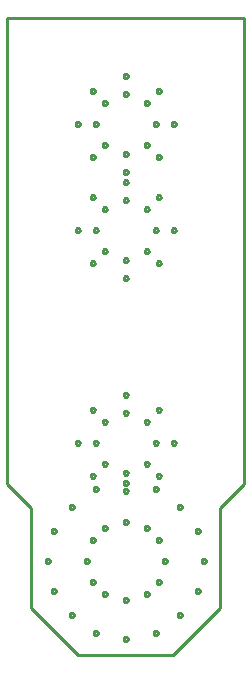
<source format=gbr>
G04 EAGLE Gerber RS-274X export*
G75*
%MOMM*%
%FSLAX34Y34*%
%LPD*%
%IN*%
%IPPOS*%
%AMOC8*
5,1,8,0,0,1.08239X$1,22.5*%
G01*
%ADD10C,0.254000*%


D10*
X0Y145000D02*
X20000Y125000D01*
X20000Y40000D01*
X60000Y0D01*
X140000Y0D01*
X180000Y40000D01*
X180000Y125000D01*
X200000Y145000D01*
X200000Y540000D01*
X0Y540000D01*
X0Y145000D01*
X74772Y361750D02*
X75110Y361683D01*
X75429Y361551D01*
X75716Y361359D01*
X75959Y361116D01*
X76151Y360829D01*
X76283Y360510D01*
X76350Y360172D01*
X76350Y359828D01*
X76283Y359490D01*
X76151Y359171D01*
X75959Y358884D01*
X75716Y358641D01*
X75429Y358449D01*
X75110Y358317D01*
X74772Y358250D01*
X74428Y358250D01*
X74090Y358317D01*
X73771Y358449D01*
X73484Y358641D01*
X73241Y358884D01*
X73049Y359171D01*
X72917Y359490D01*
X72850Y359828D01*
X72850Y360172D01*
X72917Y360510D01*
X73049Y360829D01*
X73241Y361116D01*
X73484Y361359D01*
X73771Y361551D01*
X74090Y361683D01*
X74428Y361750D01*
X74772Y361750D01*
X125572Y361750D02*
X125910Y361683D01*
X126229Y361551D01*
X126516Y361359D01*
X126759Y361116D01*
X126951Y360829D01*
X127083Y360510D01*
X127150Y360172D01*
X127150Y359828D01*
X127083Y359490D01*
X126951Y359171D01*
X126759Y358884D01*
X126516Y358641D01*
X126229Y358449D01*
X125910Y358317D01*
X125572Y358250D01*
X125228Y358250D01*
X124890Y358317D01*
X124571Y358449D01*
X124284Y358641D01*
X124041Y358884D01*
X123849Y359171D01*
X123717Y359490D01*
X123650Y359828D01*
X123650Y360172D01*
X123717Y360510D01*
X123849Y360829D01*
X124041Y361116D01*
X124284Y361359D01*
X124571Y361551D01*
X124890Y361683D01*
X125228Y361750D01*
X125572Y361750D01*
X100172Y387150D02*
X100510Y387083D01*
X100829Y386951D01*
X101116Y386759D01*
X101359Y386516D01*
X101551Y386229D01*
X101683Y385910D01*
X101750Y385572D01*
X101750Y385228D01*
X101683Y384890D01*
X101551Y384571D01*
X101359Y384284D01*
X101116Y384041D01*
X100829Y383849D01*
X100510Y383717D01*
X100172Y383650D01*
X99828Y383650D01*
X99490Y383717D01*
X99171Y383849D01*
X98884Y384041D01*
X98641Y384284D01*
X98449Y384571D01*
X98317Y384890D01*
X98250Y385228D01*
X98250Y385572D01*
X98317Y385910D01*
X98449Y386229D01*
X98641Y386516D01*
X98884Y386759D01*
X99171Y386951D01*
X99490Y387083D01*
X99828Y387150D01*
X100172Y387150D01*
X100172Y336350D02*
X100510Y336283D01*
X100829Y336151D01*
X101116Y335959D01*
X101359Y335716D01*
X101551Y335429D01*
X101683Y335110D01*
X101750Y334772D01*
X101750Y334428D01*
X101683Y334090D01*
X101551Y333771D01*
X101359Y333484D01*
X101116Y333241D01*
X100829Y333049D01*
X100510Y332917D01*
X100172Y332850D01*
X99828Y332850D01*
X99490Y332917D01*
X99171Y333049D01*
X98884Y333241D01*
X98641Y333484D01*
X98449Y333771D01*
X98317Y334090D01*
X98250Y334428D01*
X98250Y334772D01*
X98317Y335110D01*
X98449Y335429D01*
X98641Y335716D01*
X98884Y335959D01*
X99171Y336151D01*
X99490Y336283D01*
X99828Y336350D01*
X100172Y336350D01*
X82392Y343970D02*
X82730Y343903D01*
X83049Y343771D01*
X83336Y343579D01*
X83579Y343336D01*
X83771Y343049D01*
X83903Y342730D01*
X83970Y342392D01*
X83970Y342048D01*
X83903Y341710D01*
X83771Y341391D01*
X83579Y341104D01*
X83336Y340861D01*
X83049Y340669D01*
X82730Y340537D01*
X82392Y340470D01*
X82048Y340470D01*
X81710Y340537D01*
X81391Y340669D01*
X81104Y340861D01*
X80861Y341104D01*
X80669Y341391D01*
X80537Y341710D01*
X80470Y342048D01*
X80470Y342392D01*
X80537Y342730D01*
X80669Y343049D01*
X80861Y343336D01*
X81104Y343579D01*
X81391Y343771D01*
X81710Y343903D01*
X82048Y343970D01*
X82392Y343970D01*
X82392Y379530D02*
X82730Y379463D01*
X83049Y379331D01*
X83336Y379139D01*
X83579Y378896D01*
X83771Y378609D01*
X83903Y378290D01*
X83970Y377952D01*
X83970Y377608D01*
X83903Y377270D01*
X83771Y376951D01*
X83579Y376664D01*
X83336Y376421D01*
X83049Y376229D01*
X82730Y376097D01*
X82392Y376030D01*
X82048Y376030D01*
X81710Y376097D01*
X81391Y376229D01*
X81104Y376421D01*
X80861Y376664D01*
X80669Y376951D01*
X80537Y377270D01*
X80470Y377608D01*
X80470Y377952D01*
X80537Y378290D01*
X80669Y378609D01*
X80861Y378896D01*
X81104Y379139D01*
X81391Y379331D01*
X81710Y379463D01*
X82048Y379530D01*
X82392Y379530D01*
X117952Y379530D02*
X118290Y379463D01*
X118609Y379331D01*
X118896Y379139D01*
X119139Y378896D01*
X119331Y378609D01*
X119463Y378290D01*
X119530Y377952D01*
X119530Y377608D01*
X119463Y377270D01*
X119331Y376951D01*
X119139Y376664D01*
X118896Y376421D01*
X118609Y376229D01*
X118290Y376097D01*
X117952Y376030D01*
X117608Y376030D01*
X117270Y376097D01*
X116951Y376229D01*
X116664Y376421D01*
X116421Y376664D01*
X116229Y376951D01*
X116097Y377270D01*
X116030Y377608D01*
X116030Y377952D01*
X116097Y378290D01*
X116229Y378609D01*
X116421Y378896D01*
X116664Y379139D01*
X116951Y379331D01*
X117270Y379463D01*
X117608Y379530D01*
X117952Y379530D01*
X117952Y343970D02*
X118290Y343903D01*
X118609Y343771D01*
X118896Y343579D01*
X119139Y343336D01*
X119331Y343049D01*
X119463Y342730D01*
X119530Y342392D01*
X119530Y342048D01*
X119463Y341710D01*
X119331Y341391D01*
X119139Y341104D01*
X118896Y340861D01*
X118609Y340669D01*
X118290Y340537D01*
X117952Y340470D01*
X117608Y340470D01*
X117270Y340537D01*
X116951Y340669D01*
X116664Y340861D01*
X116421Y341104D01*
X116229Y341391D01*
X116097Y341710D01*
X116030Y342048D01*
X116030Y342392D01*
X116097Y342730D01*
X116229Y343049D01*
X116421Y343336D01*
X116664Y343579D01*
X116951Y343771D01*
X117270Y343903D01*
X117608Y343970D01*
X117952Y343970D01*
X59532Y361750D02*
X59870Y361683D01*
X60189Y361551D01*
X60476Y361359D01*
X60719Y361116D01*
X60911Y360829D01*
X61043Y360510D01*
X61110Y360172D01*
X61110Y359828D01*
X61043Y359490D01*
X60911Y359171D01*
X60719Y358884D01*
X60476Y358641D01*
X60189Y358449D01*
X59870Y358317D01*
X59532Y358250D01*
X59188Y358250D01*
X58850Y358317D01*
X58531Y358449D01*
X58244Y358641D01*
X58001Y358884D01*
X57809Y359171D01*
X57677Y359490D01*
X57610Y359828D01*
X57610Y360172D01*
X57677Y360510D01*
X57809Y360829D01*
X58001Y361116D01*
X58244Y361359D01*
X58531Y361551D01*
X58850Y361683D01*
X59188Y361750D01*
X59532Y361750D01*
X100172Y402390D02*
X100510Y402323D01*
X100829Y402191D01*
X101116Y401999D01*
X101359Y401756D01*
X101551Y401469D01*
X101683Y401150D01*
X101750Y400812D01*
X101750Y400468D01*
X101683Y400130D01*
X101551Y399811D01*
X101359Y399524D01*
X101116Y399281D01*
X100829Y399089D01*
X100510Y398957D01*
X100172Y398890D01*
X99828Y398890D01*
X99490Y398957D01*
X99171Y399089D01*
X98884Y399281D01*
X98641Y399524D01*
X98449Y399811D01*
X98317Y400130D01*
X98250Y400468D01*
X98250Y400812D01*
X98317Y401150D01*
X98449Y401469D01*
X98641Y401756D01*
X98884Y401999D01*
X99171Y402191D01*
X99490Y402323D01*
X99828Y402390D01*
X100172Y402390D01*
X100172Y321110D02*
X100510Y321043D01*
X100829Y320911D01*
X101116Y320719D01*
X101359Y320476D01*
X101551Y320189D01*
X101683Y319870D01*
X101750Y319532D01*
X101750Y319188D01*
X101683Y318850D01*
X101551Y318531D01*
X101359Y318244D01*
X101116Y318001D01*
X100829Y317809D01*
X100510Y317677D01*
X100172Y317610D01*
X99828Y317610D01*
X99490Y317677D01*
X99171Y317809D01*
X98884Y318001D01*
X98641Y318244D01*
X98449Y318531D01*
X98317Y318850D01*
X98250Y319188D01*
X98250Y319532D01*
X98317Y319870D01*
X98449Y320189D01*
X98641Y320476D01*
X98884Y320719D01*
X99171Y320911D01*
X99490Y321043D01*
X99828Y321110D01*
X100172Y321110D01*
X140812Y361750D02*
X141150Y361683D01*
X141469Y361551D01*
X141756Y361359D01*
X141999Y361116D01*
X142191Y360829D01*
X142323Y360510D01*
X142390Y360172D01*
X142390Y359828D01*
X142323Y359490D01*
X142191Y359171D01*
X141999Y358884D01*
X141756Y358641D01*
X141469Y358449D01*
X141150Y358317D01*
X140812Y358250D01*
X140468Y358250D01*
X140130Y358317D01*
X139811Y358449D01*
X139524Y358641D01*
X139281Y358884D01*
X139089Y359171D01*
X138957Y359490D01*
X138890Y359828D01*
X138890Y360172D01*
X138957Y360510D01*
X139089Y360829D01*
X139281Y361116D01*
X139524Y361359D01*
X139811Y361551D01*
X140130Y361683D01*
X140468Y361750D01*
X140812Y361750D01*
X128112Y389690D02*
X128450Y389623D01*
X128769Y389491D01*
X129056Y389299D01*
X129299Y389056D01*
X129491Y388769D01*
X129623Y388450D01*
X129690Y388112D01*
X129690Y387768D01*
X129623Y387430D01*
X129491Y387111D01*
X129299Y386824D01*
X129056Y386581D01*
X128769Y386389D01*
X128450Y386257D01*
X128112Y386190D01*
X127768Y386190D01*
X127430Y386257D01*
X127111Y386389D01*
X126824Y386581D01*
X126581Y386824D01*
X126389Y387111D01*
X126257Y387430D01*
X126190Y387768D01*
X126190Y388112D01*
X126257Y388450D01*
X126389Y388769D01*
X126581Y389056D01*
X126824Y389299D01*
X127111Y389491D01*
X127430Y389623D01*
X127768Y389690D01*
X128112Y389690D01*
X128112Y333810D02*
X128450Y333743D01*
X128769Y333611D01*
X129056Y333419D01*
X129299Y333176D01*
X129491Y332889D01*
X129623Y332570D01*
X129690Y332232D01*
X129690Y331888D01*
X129623Y331550D01*
X129491Y331231D01*
X129299Y330944D01*
X129056Y330701D01*
X128769Y330509D01*
X128450Y330377D01*
X128112Y330310D01*
X127768Y330310D01*
X127430Y330377D01*
X127111Y330509D01*
X126824Y330701D01*
X126581Y330944D01*
X126389Y331231D01*
X126257Y331550D01*
X126190Y331888D01*
X126190Y332232D01*
X126257Y332570D01*
X126389Y332889D01*
X126581Y333176D01*
X126824Y333419D01*
X127111Y333611D01*
X127430Y333743D01*
X127768Y333810D01*
X128112Y333810D01*
X72232Y333810D02*
X72570Y333743D01*
X72889Y333611D01*
X73176Y333419D01*
X73419Y333176D01*
X73611Y332889D01*
X73743Y332570D01*
X73810Y332232D01*
X73810Y331888D01*
X73743Y331550D01*
X73611Y331231D01*
X73419Y330944D01*
X73176Y330701D01*
X72889Y330509D01*
X72570Y330377D01*
X72232Y330310D01*
X71888Y330310D01*
X71550Y330377D01*
X71231Y330509D01*
X70944Y330701D01*
X70701Y330944D01*
X70509Y331231D01*
X70377Y331550D01*
X70310Y331888D01*
X70310Y332232D01*
X70377Y332570D01*
X70509Y332889D01*
X70701Y333176D01*
X70944Y333419D01*
X71231Y333611D01*
X71550Y333743D01*
X71888Y333810D01*
X72232Y333810D01*
X72232Y389690D02*
X72570Y389623D01*
X72889Y389491D01*
X73176Y389299D01*
X73419Y389056D01*
X73611Y388769D01*
X73743Y388450D01*
X73810Y388112D01*
X73810Y387768D01*
X73743Y387430D01*
X73611Y387111D01*
X73419Y386824D01*
X73176Y386581D01*
X72889Y386389D01*
X72570Y386257D01*
X72232Y386190D01*
X71888Y386190D01*
X71550Y386257D01*
X71231Y386389D01*
X70944Y386581D01*
X70701Y386824D01*
X70509Y387111D01*
X70377Y387430D01*
X70310Y387768D01*
X70310Y388112D01*
X70377Y388450D01*
X70509Y388769D01*
X70701Y389056D01*
X70944Y389299D01*
X71231Y389491D01*
X71550Y389623D01*
X71888Y389690D01*
X72232Y389690D01*
X125228Y178250D02*
X124890Y178317D01*
X124571Y178449D01*
X124284Y178641D01*
X124041Y178884D01*
X123849Y179171D01*
X123717Y179490D01*
X123650Y179828D01*
X123650Y180172D01*
X123717Y180510D01*
X123849Y180829D01*
X124041Y181116D01*
X124284Y181359D01*
X124571Y181551D01*
X124890Y181683D01*
X125228Y181750D01*
X125572Y181750D01*
X125910Y181683D01*
X126229Y181551D01*
X126516Y181359D01*
X126759Y181116D01*
X126951Y180829D01*
X127083Y180510D01*
X127150Y180172D01*
X127150Y179828D01*
X127083Y179490D01*
X126951Y179171D01*
X126759Y178884D01*
X126516Y178641D01*
X126229Y178449D01*
X125910Y178317D01*
X125572Y178250D01*
X125228Y178250D01*
X74428Y178250D02*
X74090Y178317D01*
X73771Y178449D01*
X73484Y178641D01*
X73241Y178884D01*
X73049Y179171D01*
X72917Y179490D01*
X72850Y179828D01*
X72850Y180172D01*
X72917Y180510D01*
X73049Y180829D01*
X73241Y181116D01*
X73484Y181359D01*
X73771Y181551D01*
X74090Y181683D01*
X74428Y181750D01*
X74772Y181750D01*
X75110Y181683D01*
X75429Y181551D01*
X75716Y181359D01*
X75959Y181116D01*
X76151Y180829D01*
X76283Y180510D01*
X76350Y180172D01*
X76350Y179828D01*
X76283Y179490D01*
X76151Y179171D01*
X75959Y178884D01*
X75716Y178641D01*
X75429Y178449D01*
X75110Y178317D01*
X74772Y178250D01*
X74428Y178250D01*
X99828Y152850D02*
X99490Y152917D01*
X99171Y153049D01*
X98884Y153241D01*
X98641Y153484D01*
X98449Y153771D01*
X98317Y154090D01*
X98250Y154428D01*
X98250Y154772D01*
X98317Y155110D01*
X98449Y155429D01*
X98641Y155716D01*
X98884Y155959D01*
X99171Y156151D01*
X99490Y156283D01*
X99828Y156350D01*
X100172Y156350D01*
X100510Y156283D01*
X100829Y156151D01*
X101116Y155959D01*
X101359Y155716D01*
X101551Y155429D01*
X101683Y155110D01*
X101750Y154772D01*
X101750Y154428D01*
X101683Y154090D01*
X101551Y153771D01*
X101359Y153484D01*
X101116Y153241D01*
X100829Y153049D01*
X100510Y152917D01*
X100172Y152850D01*
X99828Y152850D01*
X99828Y203650D02*
X99490Y203717D01*
X99171Y203849D01*
X98884Y204041D01*
X98641Y204284D01*
X98449Y204571D01*
X98317Y204890D01*
X98250Y205228D01*
X98250Y205572D01*
X98317Y205910D01*
X98449Y206229D01*
X98641Y206516D01*
X98884Y206759D01*
X99171Y206951D01*
X99490Y207083D01*
X99828Y207150D01*
X100172Y207150D01*
X100510Y207083D01*
X100829Y206951D01*
X101116Y206759D01*
X101359Y206516D01*
X101551Y206229D01*
X101683Y205910D01*
X101750Y205572D01*
X101750Y205228D01*
X101683Y204890D01*
X101551Y204571D01*
X101359Y204284D01*
X101116Y204041D01*
X100829Y203849D01*
X100510Y203717D01*
X100172Y203650D01*
X99828Y203650D01*
X117608Y196030D02*
X117270Y196097D01*
X116951Y196229D01*
X116664Y196421D01*
X116421Y196664D01*
X116229Y196951D01*
X116097Y197270D01*
X116030Y197608D01*
X116030Y197952D01*
X116097Y198290D01*
X116229Y198609D01*
X116421Y198896D01*
X116664Y199139D01*
X116951Y199331D01*
X117270Y199463D01*
X117608Y199530D01*
X117952Y199530D01*
X118290Y199463D01*
X118609Y199331D01*
X118896Y199139D01*
X119139Y198896D01*
X119331Y198609D01*
X119463Y198290D01*
X119530Y197952D01*
X119530Y197608D01*
X119463Y197270D01*
X119331Y196951D01*
X119139Y196664D01*
X118896Y196421D01*
X118609Y196229D01*
X118290Y196097D01*
X117952Y196030D01*
X117608Y196030D01*
X117608Y160470D02*
X117270Y160537D01*
X116951Y160669D01*
X116664Y160861D01*
X116421Y161104D01*
X116229Y161391D01*
X116097Y161710D01*
X116030Y162048D01*
X116030Y162392D01*
X116097Y162730D01*
X116229Y163049D01*
X116421Y163336D01*
X116664Y163579D01*
X116951Y163771D01*
X117270Y163903D01*
X117608Y163970D01*
X117952Y163970D01*
X118290Y163903D01*
X118609Y163771D01*
X118896Y163579D01*
X119139Y163336D01*
X119331Y163049D01*
X119463Y162730D01*
X119530Y162392D01*
X119530Y162048D01*
X119463Y161710D01*
X119331Y161391D01*
X119139Y161104D01*
X118896Y160861D01*
X118609Y160669D01*
X118290Y160537D01*
X117952Y160470D01*
X117608Y160470D01*
X82048Y160470D02*
X81710Y160537D01*
X81391Y160669D01*
X81104Y160861D01*
X80861Y161104D01*
X80669Y161391D01*
X80537Y161710D01*
X80470Y162048D01*
X80470Y162392D01*
X80537Y162730D01*
X80669Y163049D01*
X80861Y163336D01*
X81104Y163579D01*
X81391Y163771D01*
X81710Y163903D01*
X82048Y163970D01*
X82392Y163970D01*
X82730Y163903D01*
X83049Y163771D01*
X83336Y163579D01*
X83579Y163336D01*
X83771Y163049D01*
X83903Y162730D01*
X83970Y162392D01*
X83970Y162048D01*
X83903Y161710D01*
X83771Y161391D01*
X83579Y161104D01*
X83336Y160861D01*
X83049Y160669D01*
X82730Y160537D01*
X82392Y160470D01*
X82048Y160470D01*
X82048Y196030D02*
X81710Y196097D01*
X81391Y196229D01*
X81104Y196421D01*
X80861Y196664D01*
X80669Y196951D01*
X80537Y197270D01*
X80470Y197608D01*
X80470Y197952D01*
X80537Y198290D01*
X80669Y198609D01*
X80861Y198896D01*
X81104Y199139D01*
X81391Y199331D01*
X81710Y199463D01*
X82048Y199530D01*
X82392Y199530D01*
X82730Y199463D01*
X83049Y199331D01*
X83336Y199139D01*
X83579Y198896D01*
X83771Y198609D01*
X83903Y198290D01*
X83970Y197952D01*
X83970Y197608D01*
X83903Y197270D01*
X83771Y196951D01*
X83579Y196664D01*
X83336Y196421D01*
X83049Y196229D01*
X82730Y196097D01*
X82392Y196030D01*
X82048Y196030D01*
X140468Y178250D02*
X140130Y178317D01*
X139811Y178449D01*
X139524Y178641D01*
X139281Y178884D01*
X139089Y179171D01*
X138957Y179490D01*
X138890Y179828D01*
X138890Y180172D01*
X138957Y180510D01*
X139089Y180829D01*
X139281Y181116D01*
X139524Y181359D01*
X139811Y181551D01*
X140130Y181683D01*
X140468Y181750D01*
X140812Y181750D01*
X141150Y181683D01*
X141469Y181551D01*
X141756Y181359D01*
X141999Y181116D01*
X142191Y180829D01*
X142323Y180510D01*
X142390Y180172D01*
X142390Y179828D01*
X142323Y179490D01*
X142191Y179171D01*
X141999Y178884D01*
X141756Y178641D01*
X141469Y178449D01*
X141150Y178317D01*
X140812Y178250D01*
X140468Y178250D01*
X99828Y137610D02*
X99490Y137677D01*
X99171Y137809D01*
X98884Y138001D01*
X98641Y138244D01*
X98449Y138531D01*
X98317Y138850D01*
X98250Y139188D01*
X98250Y139532D01*
X98317Y139870D01*
X98449Y140189D01*
X98641Y140476D01*
X98884Y140719D01*
X99171Y140911D01*
X99490Y141043D01*
X99828Y141110D01*
X100172Y141110D01*
X100510Y141043D01*
X100829Y140911D01*
X101116Y140719D01*
X101359Y140476D01*
X101551Y140189D01*
X101683Y139870D01*
X101750Y139532D01*
X101750Y139188D01*
X101683Y138850D01*
X101551Y138531D01*
X101359Y138244D01*
X101116Y138001D01*
X100829Y137809D01*
X100510Y137677D01*
X100172Y137610D01*
X99828Y137610D01*
X99828Y218890D02*
X99490Y218957D01*
X99171Y219089D01*
X98884Y219281D01*
X98641Y219524D01*
X98449Y219811D01*
X98317Y220130D01*
X98250Y220468D01*
X98250Y220812D01*
X98317Y221150D01*
X98449Y221469D01*
X98641Y221756D01*
X98884Y221999D01*
X99171Y222191D01*
X99490Y222323D01*
X99828Y222390D01*
X100172Y222390D01*
X100510Y222323D01*
X100829Y222191D01*
X101116Y221999D01*
X101359Y221756D01*
X101551Y221469D01*
X101683Y221150D01*
X101750Y220812D01*
X101750Y220468D01*
X101683Y220130D01*
X101551Y219811D01*
X101359Y219524D01*
X101116Y219281D01*
X100829Y219089D01*
X100510Y218957D01*
X100172Y218890D01*
X99828Y218890D01*
X59188Y178250D02*
X58850Y178317D01*
X58531Y178449D01*
X58244Y178641D01*
X58001Y178884D01*
X57809Y179171D01*
X57677Y179490D01*
X57610Y179828D01*
X57610Y180172D01*
X57677Y180510D01*
X57809Y180829D01*
X58001Y181116D01*
X58244Y181359D01*
X58531Y181551D01*
X58850Y181683D01*
X59188Y181750D01*
X59532Y181750D01*
X59870Y181683D01*
X60189Y181551D01*
X60476Y181359D01*
X60719Y181116D01*
X60911Y180829D01*
X61043Y180510D01*
X61110Y180172D01*
X61110Y179828D01*
X61043Y179490D01*
X60911Y179171D01*
X60719Y178884D01*
X60476Y178641D01*
X60189Y178449D01*
X59870Y178317D01*
X59532Y178250D01*
X59188Y178250D01*
X71888Y150310D02*
X71550Y150377D01*
X71231Y150509D01*
X70944Y150701D01*
X70701Y150944D01*
X70509Y151231D01*
X70377Y151550D01*
X70310Y151888D01*
X70310Y152232D01*
X70377Y152570D01*
X70509Y152889D01*
X70701Y153176D01*
X70944Y153419D01*
X71231Y153611D01*
X71550Y153743D01*
X71888Y153810D01*
X72232Y153810D01*
X72570Y153743D01*
X72889Y153611D01*
X73176Y153419D01*
X73419Y153176D01*
X73611Y152889D01*
X73743Y152570D01*
X73810Y152232D01*
X73810Y151888D01*
X73743Y151550D01*
X73611Y151231D01*
X73419Y150944D01*
X73176Y150701D01*
X72889Y150509D01*
X72570Y150377D01*
X72232Y150310D01*
X71888Y150310D01*
X71888Y206190D02*
X71550Y206257D01*
X71231Y206389D01*
X70944Y206581D01*
X70701Y206824D01*
X70509Y207111D01*
X70377Y207430D01*
X70310Y207768D01*
X70310Y208112D01*
X70377Y208450D01*
X70509Y208769D01*
X70701Y209056D01*
X70944Y209299D01*
X71231Y209491D01*
X71550Y209623D01*
X71888Y209690D01*
X72232Y209690D01*
X72570Y209623D01*
X72889Y209491D01*
X73176Y209299D01*
X73419Y209056D01*
X73611Y208769D01*
X73743Y208450D01*
X73810Y208112D01*
X73810Y207768D01*
X73743Y207430D01*
X73611Y207111D01*
X73419Y206824D01*
X73176Y206581D01*
X72889Y206389D01*
X72570Y206257D01*
X72232Y206190D01*
X71888Y206190D01*
X127768Y206190D02*
X127430Y206257D01*
X127111Y206389D01*
X126824Y206581D01*
X126581Y206824D01*
X126389Y207111D01*
X126257Y207430D01*
X126190Y207768D01*
X126190Y208112D01*
X126257Y208450D01*
X126389Y208769D01*
X126581Y209056D01*
X126824Y209299D01*
X127111Y209491D01*
X127430Y209623D01*
X127768Y209690D01*
X128112Y209690D01*
X128450Y209623D01*
X128769Y209491D01*
X129056Y209299D01*
X129299Y209056D01*
X129491Y208769D01*
X129623Y208450D01*
X129690Y208112D01*
X129690Y207768D01*
X129623Y207430D01*
X129491Y207111D01*
X129299Y206824D01*
X129056Y206581D01*
X128769Y206389D01*
X128450Y206257D01*
X128112Y206190D01*
X127768Y206190D01*
X127768Y150310D02*
X127430Y150377D01*
X127111Y150509D01*
X126824Y150701D01*
X126581Y150944D01*
X126389Y151231D01*
X126257Y151550D01*
X126190Y151888D01*
X126190Y152232D01*
X126257Y152570D01*
X126389Y152889D01*
X126581Y153176D01*
X126824Y153419D01*
X127111Y153611D01*
X127430Y153743D01*
X127768Y153810D01*
X128112Y153810D01*
X128450Y153743D01*
X128769Y153611D01*
X129056Y153419D01*
X129299Y153176D01*
X129491Y152889D01*
X129623Y152570D01*
X129690Y152232D01*
X129690Y151888D01*
X129623Y151550D01*
X129491Y151231D01*
X129299Y150944D01*
X129056Y150701D01*
X128769Y150509D01*
X128450Y150377D01*
X128112Y150310D01*
X127768Y150310D01*
X67152Y81750D02*
X67490Y81683D01*
X67809Y81551D01*
X68096Y81359D01*
X68339Y81116D01*
X68531Y80829D01*
X68663Y80510D01*
X68730Y80172D01*
X68730Y79828D01*
X68663Y79490D01*
X68531Y79171D01*
X68339Y78884D01*
X68096Y78641D01*
X67809Y78449D01*
X67490Y78317D01*
X67152Y78250D01*
X66808Y78250D01*
X66470Y78317D01*
X66151Y78449D01*
X65864Y78641D01*
X65621Y78884D01*
X65429Y79171D01*
X65297Y79490D01*
X65230Y79828D01*
X65230Y80172D01*
X65297Y80510D01*
X65429Y80829D01*
X65621Y81116D01*
X65864Y81359D01*
X66151Y81551D01*
X66470Y81683D01*
X66808Y81750D01*
X67152Y81750D01*
X133192Y81750D02*
X133530Y81683D01*
X133849Y81551D01*
X134136Y81359D01*
X134379Y81116D01*
X134571Y80829D01*
X134703Y80510D01*
X134770Y80172D01*
X134770Y79828D01*
X134703Y79490D01*
X134571Y79171D01*
X134379Y78884D01*
X134136Y78641D01*
X133849Y78449D01*
X133530Y78317D01*
X133192Y78250D01*
X132848Y78250D01*
X132510Y78317D01*
X132191Y78449D01*
X131904Y78641D01*
X131661Y78884D01*
X131469Y79171D01*
X131337Y79490D01*
X131270Y79828D01*
X131270Y80172D01*
X131337Y80510D01*
X131469Y80829D01*
X131661Y81116D01*
X131904Y81359D01*
X132191Y81551D01*
X132510Y81683D01*
X132848Y81750D01*
X133192Y81750D01*
X100172Y114770D02*
X100510Y114703D01*
X100829Y114571D01*
X101116Y114379D01*
X101359Y114136D01*
X101551Y113849D01*
X101683Y113530D01*
X101750Y113192D01*
X101750Y112848D01*
X101683Y112510D01*
X101551Y112191D01*
X101359Y111904D01*
X101116Y111661D01*
X100829Y111469D01*
X100510Y111337D01*
X100172Y111270D01*
X99828Y111270D01*
X99490Y111337D01*
X99171Y111469D01*
X98884Y111661D01*
X98641Y111904D01*
X98449Y112191D01*
X98317Y112510D01*
X98250Y112848D01*
X98250Y113192D01*
X98317Y113530D01*
X98449Y113849D01*
X98641Y114136D01*
X98884Y114379D01*
X99171Y114571D01*
X99490Y114703D01*
X99828Y114770D01*
X100172Y114770D01*
X100172Y48730D02*
X100510Y48663D01*
X100829Y48531D01*
X101116Y48339D01*
X101359Y48096D01*
X101551Y47809D01*
X101683Y47490D01*
X101750Y47152D01*
X101750Y46808D01*
X101683Y46470D01*
X101551Y46151D01*
X101359Y45864D01*
X101116Y45621D01*
X100829Y45429D01*
X100510Y45297D01*
X100172Y45230D01*
X99828Y45230D01*
X99490Y45297D01*
X99171Y45429D01*
X98884Y45621D01*
X98641Y45864D01*
X98449Y46151D01*
X98317Y46470D01*
X98250Y46808D01*
X98250Y47152D01*
X98317Y47490D01*
X98449Y47809D01*
X98641Y48096D01*
X98884Y48339D01*
X99171Y48531D01*
X99490Y48663D01*
X99828Y48730D01*
X100172Y48730D01*
X72232Y99530D02*
X72570Y99463D01*
X72889Y99331D01*
X73176Y99139D01*
X73419Y98896D01*
X73611Y98609D01*
X73743Y98290D01*
X73810Y97952D01*
X73810Y97608D01*
X73743Y97270D01*
X73611Y96951D01*
X73419Y96664D01*
X73176Y96421D01*
X72889Y96229D01*
X72570Y96097D01*
X72232Y96030D01*
X71888Y96030D01*
X71550Y96097D01*
X71231Y96229D01*
X70944Y96421D01*
X70701Y96664D01*
X70509Y96951D01*
X70377Y97270D01*
X70310Y97608D01*
X70310Y97952D01*
X70377Y98290D01*
X70509Y98609D01*
X70701Y98896D01*
X70944Y99139D01*
X71231Y99331D01*
X71550Y99463D01*
X71888Y99530D01*
X72232Y99530D01*
X82392Y109690D02*
X82730Y109623D01*
X83049Y109491D01*
X83336Y109299D01*
X83579Y109056D01*
X83771Y108769D01*
X83903Y108450D01*
X83970Y108112D01*
X83970Y107768D01*
X83903Y107430D01*
X83771Y107111D01*
X83579Y106824D01*
X83336Y106581D01*
X83049Y106389D01*
X82730Y106257D01*
X82392Y106190D01*
X82048Y106190D01*
X81710Y106257D01*
X81391Y106389D01*
X81104Y106581D01*
X80861Y106824D01*
X80669Y107111D01*
X80537Y107430D01*
X80470Y107768D01*
X80470Y108112D01*
X80537Y108450D01*
X80669Y108769D01*
X80861Y109056D01*
X81104Y109299D01*
X81391Y109491D01*
X81710Y109623D01*
X82048Y109690D01*
X82392Y109690D01*
X117952Y109690D02*
X118290Y109623D01*
X118609Y109491D01*
X118896Y109299D01*
X119139Y109056D01*
X119331Y108769D01*
X119463Y108450D01*
X119530Y108112D01*
X119530Y107768D01*
X119463Y107430D01*
X119331Y107111D01*
X119139Y106824D01*
X118896Y106581D01*
X118609Y106389D01*
X118290Y106257D01*
X117952Y106190D01*
X117608Y106190D01*
X117270Y106257D01*
X116951Y106389D01*
X116664Y106581D01*
X116421Y106824D01*
X116229Y107111D01*
X116097Y107430D01*
X116030Y107768D01*
X116030Y108112D01*
X116097Y108450D01*
X116229Y108769D01*
X116421Y109056D01*
X116664Y109299D01*
X116951Y109491D01*
X117270Y109623D01*
X117608Y109690D01*
X117952Y109690D01*
X128112Y99530D02*
X128450Y99463D01*
X128769Y99331D01*
X129056Y99139D01*
X129299Y98896D01*
X129491Y98609D01*
X129623Y98290D01*
X129690Y97952D01*
X129690Y97608D01*
X129623Y97270D01*
X129491Y96951D01*
X129299Y96664D01*
X129056Y96421D01*
X128769Y96229D01*
X128450Y96097D01*
X128112Y96030D01*
X127768Y96030D01*
X127430Y96097D01*
X127111Y96229D01*
X126824Y96421D01*
X126581Y96664D01*
X126389Y96951D01*
X126257Y97270D01*
X126190Y97608D01*
X126190Y97952D01*
X126257Y98290D01*
X126389Y98609D01*
X126581Y98896D01*
X126824Y99139D01*
X127111Y99331D01*
X127430Y99463D01*
X127768Y99530D01*
X128112Y99530D01*
X128112Y63970D02*
X128450Y63903D01*
X128769Y63771D01*
X129056Y63579D01*
X129299Y63336D01*
X129491Y63049D01*
X129623Y62730D01*
X129690Y62392D01*
X129690Y62048D01*
X129623Y61710D01*
X129491Y61391D01*
X129299Y61104D01*
X129056Y60861D01*
X128769Y60669D01*
X128450Y60537D01*
X128112Y60470D01*
X127768Y60470D01*
X127430Y60537D01*
X127111Y60669D01*
X126824Y60861D01*
X126581Y61104D01*
X126389Y61391D01*
X126257Y61710D01*
X126190Y62048D01*
X126190Y62392D01*
X126257Y62730D01*
X126389Y63049D01*
X126581Y63336D01*
X126824Y63579D01*
X127111Y63771D01*
X127430Y63903D01*
X127768Y63970D01*
X128112Y63970D01*
X117952Y53810D02*
X118290Y53743D01*
X118609Y53611D01*
X118896Y53419D01*
X119139Y53176D01*
X119331Y52889D01*
X119463Y52570D01*
X119530Y52232D01*
X119530Y51888D01*
X119463Y51550D01*
X119331Y51231D01*
X119139Y50944D01*
X118896Y50701D01*
X118609Y50509D01*
X118290Y50377D01*
X117952Y50310D01*
X117608Y50310D01*
X117270Y50377D01*
X116951Y50509D01*
X116664Y50701D01*
X116421Y50944D01*
X116229Y51231D01*
X116097Y51550D01*
X116030Y51888D01*
X116030Y52232D01*
X116097Y52570D01*
X116229Y52889D01*
X116421Y53176D01*
X116664Y53419D01*
X116951Y53611D01*
X117270Y53743D01*
X117608Y53810D01*
X117952Y53810D01*
X82392Y53810D02*
X82730Y53743D01*
X83049Y53611D01*
X83336Y53419D01*
X83579Y53176D01*
X83771Y52889D01*
X83903Y52570D01*
X83970Y52232D01*
X83970Y51888D01*
X83903Y51550D01*
X83771Y51231D01*
X83579Y50944D01*
X83336Y50701D01*
X83049Y50509D01*
X82730Y50377D01*
X82392Y50310D01*
X82048Y50310D01*
X81710Y50377D01*
X81391Y50509D01*
X81104Y50701D01*
X80861Y50944D01*
X80669Y51231D01*
X80537Y51550D01*
X80470Y51888D01*
X80470Y52232D01*
X80537Y52570D01*
X80669Y52889D01*
X80861Y53176D01*
X81104Y53419D01*
X81391Y53611D01*
X81710Y53743D01*
X82048Y53810D01*
X82392Y53810D01*
X72232Y63970D02*
X72570Y63903D01*
X72889Y63771D01*
X73176Y63579D01*
X73419Y63336D01*
X73611Y63049D01*
X73743Y62730D01*
X73810Y62392D01*
X73810Y62048D01*
X73743Y61710D01*
X73611Y61391D01*
X73419Y61104D01*
X73176Y60861D01*
X72889Y60669D01*
X72570Y60537D01*
X72232Y60470D01*
X71888Y60470D01*
X71550Y60537D01*
X71231Y60669D01*
X70944Y60861D01*
X70701Y61104D01*
X70509Y61391D01*
X70377Y61710D01*
X70310Y62048D01*
X70310Y62392D01*
X70377Y62730D01*
X70509Y63049D01*
X70701Y63336D01*
X70944Y63579D01*
X71231Y63771D01*
X71550Y63903D01*
X71888Y63970D01*
X72232Y63970D01*
X34132Y81750D02*
X34470Y81683D01*
X34789Y81551D01*
X35076Y81359D01*
X35319Y81116D01*
X35511Y80829D01*
X35643Y80510D01*
X35710Y80172D01*
X35710Y79828D01*
X35643Y79490D01*
X35511Y79171D01*
X35319Y78884D01*
X35076Y78641D01*
X34789Y78449D01*
X34470Y78317D01*
X34132Y78250D01*
X33788Y78250D01*
X33450Y78317D01*
X33131Y78449D01*
X32844Y78641D01*
X32601Y78884D01*
X32409Y79171D01*
X32277Y79490D01*
X32210Y79828D01*
X32210Y80172D01*
X32277Y80510D01*
X32409Y80829D01*
X32601Y81116D01*
X32844Y81359D01*
X33131Y81551D01*
X33450Y81683D01*
X33788Y81750D01*
X34132Y81750D01*
X166212Y81750D02*
X166550Y81683D01*
X166869Y81551D01*
X167156Y81359D01*
X167399Y81116D01*
X167591Y80829D01*
X167723Y80510D01*
X167790Y80172D01*
X167790Y79828D01*
X167723Y79490D01*
X167591Y79171D01*
X167399Y78884D01*
X167156Y78641D01*
X166869Y78449D01*
X166550Y78317D01*
X166212Y78250D01*
X165868Y78250D01*
X165530Y78317D01*
X165211Y78449D01*
X164924Y78641D01*
X164681Y78884D01*
X164489Y79171D01*
X164357Y79490D01*
X164290Y79828D01*
X164290Y80172D01*
X164357Y80510D01*
X164489Y80829D01*
X164681Y81116D01*
X164924Y81359D01*
X165211Y81551D01*
X165530Y81683D01*
X165868Y81750D01*
X166212Y81750D01*
X100172Y147790D02*
X100510Y147723D01*
X100829Y147591D01*
X101116Y147399D01*
X101359Y147156D01*
X101551Y146869D01*
X101683Y146550D01*
X101750Y146212D01*
X101750Y145868D01*
X101683Y145530D01*
X101551Y145211D01*
X101359Y144924D01*
X101116Y144681D01*
X100829Y144489D01*
X100510Y144357D01*
X100172Y144290D01*
X99828Y144290D01*
X99490Y144357D01*
X99171Y144489D01*
X98884Y144681D01*
X98641Y144924D01*
X98449Y145211D01*
X98317Y145530D01*
X98250Y145868D01*
X98250Y146212D01*
X98317Y146550D01*
X98449Y146869D01*
X98641Y147156D01*
X98884Y147399D01*
X99171Y147591D01*
X99490Y147723D01*
X99828Y147790D01*
X100172Y147790D01*
X100172Y15710D02*
X100510Y15643D01*
X100829Y15511D01*
X101116Y15319D01*
X101359Y15076D01*
X101551Y14789D01*
X101683Y14470D01*
X101750Y14132D01*
X101750Y13788D01*
X101683Y13450D01*
X101551Y13131D01*
X101359Y12844D01*
X101116Y12601D01*
X100829Y12409D01*
X100510Y12277D01*
X100172Y12210D01*
X99828Y12210D01*
X99490Y12277D01*
X99171Y12409D01*
X98884Y12601D01*
X98641Y12844D01*
X98449Y13131D01*
X98317Y13450D01*
X98250Y13788D01*
X98250Y14132D01*
X98317Y14470D01*
X98449Y14789D01*
X98641Y15076D01*
X98884Y15319D01*
X99171Y15511D01*
X99490Y15643D01*
X99828Y15710D01*
X100172Y15710D01*
X54452Y127470D02*
X54790Y127403D01*
X55109Y127271D01*
X55396Y127079D01*
X55639Y126836D01*
X55831Y126549D01*
X55963Y126230D01*
X56030Y125892D01*
X56030Y125548D01*
X55963Y125210D01*
X55831Y124891D01*
X55639Y124604D01*
X55396Y124361D01*
X55109Y124169D01*
X54790Y124037D01*
X54452Y123970D01*
X54108Y123970D01*
X53770Y124037D01*
X53451Y124169D01*
X53164Y124361D01*
X52921Y124604D01*
X52729Y124891D01*
X52597Y125210D01*
X52530Y125548D01*
X52530Y125892D01*
X52597Y126230D01*
X52729Y126549D01*
X52921Y126836D01*
X53164Y127079D01*
X53451Y127271D01*
X53770Y127403D01*
X54108Y127470D01*
X54452Y127470D01*
X145892Y36030D02*
X146230Y35963D01*
X146549Y35831D01*
X146836Y35639D01*
X147079Y35396D01*
X147271Y35109D01*
X147403Y34790D01*
X147470Y34452D01*
X147470Y34108D01*
X147403Y33770D01*
X147271Y33451D01*
X147079Y33164D01*
X146836Y32921D01*
X146549Y32729D01*
X146230Y32597D01*
X145892Y32530D01*
X145548Y32530D01*
X145210Y32597D01*
X144891Y32729D01*
X144604Y32921D01*
X144361Y33164D01*
X144169Y33451D01*
X144037Y33770D01*
X143970Y34108D01*
X143970Y34452D01*
X144037Y34790D01*
X144169Y35109D01*
X144361Y35396D01*
X144604Y35639D01*
X144891Y35831D01*
X145210Y35963D01*
X145548Y36030D01*
X145892Y36030D01*
X54452Y36030D02*
X54790Y35963D01*
X55109Y35831D01*
X55396Y35639D01*
X55639Y35396D01*
X55831Y35109D01*
X55963Y34790D01*
X56030Y34452D01*
X56030Y34108D01*
X55963Y33770D01*
X55831Y33451D01*
X55639Y33164D01*
X55396Y32921D01*
X55109Y32729D01*
X54790Y32597D01*
X54452Y32530D01*
X54108Y32530D01*
X53770Y32597D01*
X53451Y32729D01*
X53164Y32921D01*
X52921Y33164D01*
X52729Y33451D01*
X52597Y33770D01*
X52530Y34108D01*
X52530Y34452D01*
X52597Y34790D01*
X52729Y35109D01*
X52921Y35396D01*
X53164Y35639D01*
X53451Y35831D01*
X53770Y35963D01*
X54108Y36030D01*
X54452Y36030D01*
X145892Y127470D02*
X146230Y127403D01*
X146549Y127271D01*
X146836Y127079D01*
X147079Y126836D01*
X147271Y126549D01*
X147403Y126230D01*
X147470Y125892D01*
X147470Y125548D01*
X147403Y125210D01*
X147271Y124891D01*
X147079Y124604D01*
X146836Y124361D01*
X146549Y124169D01*
X146230Y124037D01*
X145892Y123970D01*
X145548Y123970D01*
X145210Y124037D01*
X144891Y124169D01*
X144604Y124361D01*
X144361Y124604D01*
X144169Y124891D01*
X144037Y125210D01*
X143970Y125548D01*
X143970Y125892D01*
X144037Y126230D01*
X144169Y126549D01*
X144361Y126836D01*
X144604Y127079D01*
X144891Y127271D01*
X145210Y127403D01*
X145548Y127470D01*
X145892Y127470D01*
X39212Y107150D02*
X39550Y107083D01*
X39869Y106951D01*
X40156Y106759D01*
X40399Y106516D01*
X40591Y106229D01*
X40723Y105910D01*
X40790Y105572D01*
X40790Y105228D01*
X40723Y104890D01*
X40591Y104571D01*
X40399Y104284D01*
X40156Y104041D01*
X39869Y103849D01*
X39550Y103717D01*
X39212Y103650D01*
X38868Y103650D01*
X38530Y103717D01*
X38211Y103849D01*
X37924Y104041D01*
X37681Y104284D01*
X37489Y104571D01*
X37357Y104890D01*
X37290Y105228D01*
X37290Y105572D01*
X37357Y105910D01*
X37489Y106229D01*
X37681Y106516D01*
X37924Y106759D01*
X38211Y106951D01*
X38530Y107083D01*
X38868Y107150D01*
X39212Y107150D01*
X39212Y56350D02*
X39550Y56283D01*
X39869Y56151D01*
X40156Y55959D01*
X40399Y55716D01*
X40591Y55429D01*
X40723Y55110D01*
X40790Y54772D01*
X40790Y54428D01*
X40723Y54090D01*
X40591Y53771D01*
X40399Y53484D01*
X40156Y53241D01*
X39869Y53049D01*
X39550Y52917D01*
X39212Y52850D01*
X38868Y52850D01*
X38530Y52917D01*
X38211Y53049D01*
X37924Y53241D01*
X37681Y53484D01*
X37489Y53771D01*
X37357Y54090D01*
X37290Y54428D01*
X37290Y54772D01*
X37357Y55110D01*
X37489Y55429D01*
X37681Y55716D01*
X37924Y55959D01*
X38211Y56151D01*
X38530Y56283D01*
X38868Y56350D01*
X39212Y56350D01*
X161132Y56350D02*
X161470Y56283D01*
X161789Y56151D01*
X162076Y55959D01*
X162319Y55716D01*
X162511Y55429D01*
X162643Y55110D01*
X162710Y54772D01*
X162710Y54428D01*
X162643Y54090D01*
X162511Y53771D01*
X162319Y53484D01*
X162076Y53241D01*
X161789Y53049D01*
X161470Y52917D01*
X161132Y52850D01*
X160788Y52850D01*
X160450Y52917D01*
X160131Y53049D01*
X159844Y53241D01*
X159601Y53484D01*
X159409Y53771D01*
X159277Y54090D01*
X159210Y54428D01*
X159210Y54772D01*
X159277Y55110D01*
X159409Y55429D01*
X159601Y55716D01*
X159844Y55959D01*
X160131Y56151D01*
X160450Y56283D01*
X160788Y56350D01*
X161132Y56350D01*
X161132Y107150D02*
X161470Y107083D01*
X161789Y106951D01*
X162076Y106759D01*
X162319Y106516D01*
X162511Y106229D01*
X162643Y105910D01*
X162710Y105572D01*
X162710Y105228D01*
X162643Y104890D01*
X162511Y104571D01*
X162319Y104284D01*
X162076Y104041D01*
X161789Y103849D01*
X161470Y103717D01*
X161132Y103650D01*
X160788Y103650D01*
X160450Y103717D01*
X160131Y103849D01*
X159844Y104041D01*
X159601Y104284D01*
X159409Y104571D01*
X159277Y104890D01*
X159210Y105228D01*
X159210Y105572D01*
X159277Y105910D01*
X159409Y106229D01*
X159601Y106516D01*
X159844Y106759D01*
X160131Y106951D01*
X160450Y107083D01*
X160788Y107150D01*
X161132Y107150D01*
X74772Y142710D02*
X75110Y142643D01*
X75429Y142511D01*
X75716Y142319D01*
X75959Y142076D01*
X76151Y141789D01*
X76283Y141470D01*
X76350Y141132D01*
X76350Y140788D01*
X76283Y140450D01*
X76151Y140131D01*
X75959Y139844D01*
X75716Y139601D01*
X75429Y139409D01*
X75110Y139277D01*
X74772Y139210D01*
X74428Y139210D01*
X74090Y139277D01*
X73771Y139409D01*
X73484Y139601D01*
X73241Y139844D01*
X73049Y140131D01*
X72917Y140450D01*
X72850Y140788D01*
X72850Y141132D01*
X72917Y141470D01*
X73049Y141789D01*
X73241Y142076D01*
X73484Y142319D01*
X73771Y142511D01*
X74090Y142643D01*
X74428Y142710D01*
X74772Y142710D01*
X74772Y20790D02*
X75110Y20723D01*
X75429Y20591D01*
X75716Y20399D01*
X75959Y20156D01*
X76151Y19869D01*
X76283Y19550D01*
X76350Y19212D01*
X76350Y18868D01*
X76283Y18530D01*
X76151Y18211D01*
X75959Y17924D01*
X75716Y17681D01*
X75429Y17489D01*
X75110Y17357D01*
X74772Y17290D01*
X74428Y17290D01*
X74090Y17357D01*
X73771Y17489D01*
X73484Y17681D01*
X73241Y17924D01*
X73049Y18211D01*
X72917Y18530D01*
X72850Y18868D01*
X72850Y19212D01*
X72917Y19550D01*
X73049Y19869D01*
X73241Y20156D01*
X73484Y20399D01*
X73771Y20591D01*
X74090Y20723D01*
X74428Y20790D01*
X74772Y20790D01*
X125572Y20790D02*
X125910Y20723D01*
X126229Y20591D01*
X126516Y20399D01*
X126759Y20156D01*
X126951Y19869D01*
X127083Y19550D01*
X127150Y19212D01*
X127150Y18868D01*
X127083Y18530D01*
X126951Y18211D01*
X126759Y17924D01*
X126516Y17681D01*
X126229Y17489D01*
X125910Y17357D01*
X125572Y17290D01*
X125228Y17290D01*
X124890Y17357D01*
X124571Y17489D01*
X124284Y17681D01*
X124041Y17924D01*
X123849Y18211D01*
X123717Y18530D01*
X123650Y18868D01*
X123650Y19212D01*
X123717Y19550D01*
X123849Y19869D01*
X124041Y20156D01*
X124284Y20399D01*
X124571Y20591D01*
X124890Y20723D01*
X125228Y20790D01*
X125572Y20790D01*
X125572Y142710D02*
X125910Y142643D01*
X126229Y142511D01*
X126516Y142319D01*
X126759Y142076D01*
X126951Y141789D01*
X127083Y141470D01*
X127150Y141132D01*
X127150Y140788D01*
X127083Y140450D01*
X126951Y140131D01*
X126759Y139844D01*
X126516Y139601D01*
X126229Y139409D01*
X125910Y139277D01*
X125572Y139210D01*
X125228Y139210D01*
X124890Y139277D01*
X124571Y139409D01*
X124284Y139601D01*
X124041Y139844D01*
X123849Y140131D01*
X123717Y140450D01*
X123650Y140788D01*
X123650Y141132D01*
X123717Y141470D01*
X123849Y141789D01*
X124041Y142076D01*
X124284Y142319D01*
X124571Y142511D01*
X124890Y142643D01*
X125228Y142710D01*
X125572Y142710D01*
X125228Y448250D02*
X124890Y448317D01*
X124571Y448449D01*
X124284Y448641D01*
X124041Y448884D01*
X123849Y449171D01*
X123717Y449490D01*
X123650Y449828D01*
X123650Y450172D01*
X123717Y450510D01*
X123849Y450829D01*
X124041Y451116D01*
X124284Y451359D01*
X124571Y451551D01*
X124890Y451683D01*
X125228Y451750D01*
X125572Y451750D01*
X125910Y451683D01*
X126229Y451551D01*
X126516Y451359D01*
X126759Y451116D01*
X126951Y450829D01*
X127083Y450510D01*
X127150Y450172D01*
X127150Y449828D01*
X127083Y449490D01*
X126951Y449171D01*
X126759Y448884D01*
X126516Y448641D01*
X126229Y448449D01*
X125910Y448317D01*
X125572Y448250D01*
X125228Y448250D01*
X74428Y448250D02*
X74090Y448317D01*
X73771Y448449D01*
X73484Y448641D01*
X73241Y448884D01*
X73049Y449171D01*
X72917Y449490D01*
X72850Y449828D01*
X72850Y450172D01*
X72917Y450510D01*
X73049Y450829D01*
X73241Y451116D01*
X73484Y451359D01*
X73771Y451551D01*
X74090Y451683D01*
X74428Y451750D01*
X74772Y451750D01*
X75110Y451683D01*
X75429Y451551D01*
X75716Y451359D01*
X75959Y451116D01*
X76151Y450829D01*
X76283Y450510D01*
X76350Y450172D01*
X76350Y449828D01*
X76283Y449490D01*
X76151Y449171D01*
X75959Y448884D01*
X75716Y448641D01*
X75429Y448449D01*
X75110Y448317D01*
X74772Y448250D01*
X74428Y448250D01*
X99828Y422850D02*
X99490Y422917D01*
X99171Y423049D01*
X98884Y423241D01*
X98641Y423484D01*
X98449Y423771D01*
X98317Y424090D01*
X98250Y424428D01*
X98250Y424772D01*
X98317Y425110D01*
X98449Y425429D01*
X98641Y425716D01*
X98884Y425959D01*
X99171Y426151D01*
X99490Y426283D01*
X99828Y426350D01*
X100172Y426350D01*
X100510Y426283D01*
X100829Y426151D01*
X101116Y425959D01*
X101359Y425716D01*
X101551Y425429D01*
X101683Y425110D01*
X101750Y424772D01*
X101750Y424428D01*
X101683Y424090D01*
X101551Y423771D01*
X101359Y423484D01*
X101116Y423241D01*
X100829Y423049D01*
X100510Y422917D01*
X100172Y422850D01*
X99828Y422850D01*
X99828Y473650D02*
X99490Y473717D01*
X99171Y473849D01*
X98884Y474041D01*
X98641Y474284D01*
X98449Y474571D01*
X98317Y474890D01*
X98250Y475228D01*
X98250Y475572D01*
X98317Y475910D01*
X98449Y476229D01*
X98641Y476516D01*
X98884Y476759D01*
X99171Y476951D01*
X99490Y477083D01*
X99828Y477150D01*
X100172Y477150D01*
X100510Y477083D01*
X100829Y476951D01*
X101116Y476759D01*
X101359Y476516D01*
X101551Y476229D01*
X101683Y475910D01*
X101750Y475572D01*
X101750Y475228D01*
X101683Y474890D01*
X101551Y474571D01*
X101359Y474284D01*
X101116Y474041D01*
X100829Y473849D01*
X100510Y473717D01*
X100172Y473650D01*
X99828Y473650D01*
X117608Y466030D02*
X117270Y466097D01*
X116951Y466229D01*
X116664Y466421D01*
X116421Y466664D01*
X116229Y466951D01*
X116097Y467270D01*
X116030Y467608D01*
X116030Y467952D01*
X116097Y468290D01*
X116229Y468609D01*
X116421Y468896D01*
X116664Y469139D01*
X116951Y469331D01*
X117270Y469463D01*
X117608Y469530D01*
X117952Y469530D01*
X118290Y469463D01*
X118609Y469331D01*
X118896Y469139D01*
X119139Y468896D01*
X119331Y468609D01*
X119463Y468290D01*
X119530Y467952D01*
X119530Y467608D01*
X119463Y467270D01*
X119331Y466951D01*
X119139Y466664D01*
X118896Y466421D01*
X118609Y466229D01*
X118290Y466097D01*
X117952Y466030D01*
X117608Y466030D01*
X117608Y430470D02*
X117270Y430537D01*
X116951Y430669D01*
X116664Y430861D01*
X116421Y431104D01*
X116229Y431391D01*
X116097Y431710D01*
X116030Y432048D01*
X116030Y432392D01*
X116097Y432730D01*
X116229Y433049D01*
X116421Y433336D01*
X116664Y433579D01*
X116951Y433771D01*
X117270Y433903D01*
X117608Y433970D01*
X117952Y433970D01*
X118290Y433903D01*
X118609Y433771D01*
X118896Y433579D01*
X119139Y433336D01*
X119331Y433049D01*
X119463Y432730D01*
X119530Y432392D01*
X119530Y432048D01*
X119463Y431710D01*
X119331Y431391D01*
X119139Y431104D01*
X118896Y430861D01*
X118609Y430669D01*
X118290Y430537D01*
X117952Y430470D01*
X117608Y430470D01*
X82048Y430470D02*
X81710Y430537D01*
X81391Y430669D01*
X81104Y430861D01*
X80861Y431104D01*
X80669Y431391D01*
X80537Y431710D01*
X80470Y432048D01*
X80470Y432392D01*
X80537Y432730D01*
X80669Y433049D01*
X80861Y433336D01*
X81104Y433579D01*
X81391Y433771D01*
X81710Y433903D01*
X82048Y433970D01*
X82392Y433970D01*
X82730Y433903D01*
X83049Y433771D01*
X83336Y433579D01*
X83579Y433336D01*
X83771Y433049D01*
X83903Y432730D01*
X83970Y432392D01*
X83970Y432048D01*
X83903Y431710D01*
X83771Y431391D01*
X83579Y431104D01*
X83336Y430861D01*
X83049Y430669D01*
X82730Y430537D01*
X82392Y430470D01*
X82048Y430470D01*
X82048Y466030D02*
X81710Y466097D01*
X81391Y466229D01*
X81104Y466421D01*
X80861Y466664D01*
X80669Y466951D01*
X80537Y467270D01*
X80470Y467608D01*
X80470Y467952D01*
X80537Y468290D01*
X80669Y468609D01*
X80861Y468896D01*
X81104Y469139D01*
X81391Y469331D01*
X81710Y469463D01*
X82048Y469530D01*
X82392Y469530D01*
X82730Y469463D01*
X83049Y469331D01*
X83336Y469139D01*
X83579Y468896D01*
X83771Y468609D01*
X83903Y468290D01*
X83970Y467952D01*
X83970Y467608D01*
X83903Y467270D01*
X83771Y466951D01*
X83579Y466664D01*
X83336Y466421D01*
X83049Y466229D01*
X82730Y466097D01*
X82392Y466030D01*
X82048Y466030D01*
X140468Y448250D02*
X140130Y448317D01*
X139811Y448449D01*
X139524Y448641D01*
X139281Y448884D01*
X139089Y449171D01*
X138957Y449490D01*
X138890Y449828D01*
X138890Y450172D01*
X138957Y450510D01*
X139089Y450829D01*
X139281Y451116D01*
X139524Y451359D01*
X139811Y451551D01*
X140130Y451683D01*
X140468Y451750D01*
X140812Y451750D01*
X141150Y451683D01*
X141469Y451551D01*
X141756Y451359D01*
X141999Y451116D01*
X142191Y450829D01*
X142323Y450510D01*
X142390Y450172D01*
X142390Y449828D01*
X142323Y449490D01*
X142191Y449171D01*
X141999Y448884D01*
X141756Y448641D01*
X141469Y448449D01*
X141150Y448317D01*
X140812Y448250D01*
X140468Y448250D01*
X99828Y407610D02*
X99490Y407677D01*
X99171Y407809D01*
X98884Y408001D01*
X98641Y408244D01*
X98449Y408531D01*
X98317Y408850D01*
X98250Y409188D01*
X98250Y409532D01*
X98317Y409870D01*
X98449Y410189D01*
X98641Y410476D01*
X98884Y410719D01*
X99171Y410911D01*
X99490Y411043D01*
X99828Y411110D01*
X100172Y411110D01*
X100510Y411043D01*
X100829Y410911D01*
X101116Y410719D01*
X101359Y410476D01*
X101551Y410189D01*
X101683Y409870D01*
X101750Y409532D01*
X101750Y409188D01*
X101683Y408850D01*
X101551Y408531D01*
X101359Y408244D01*
X101116Y408001D01*
X100829Y407809D01*
X100510Y407677D01*
X100172Y407610D01*
X99828Y407610D01*
X99828Y488890D02*
X99490Y488957D01*
X99171Y489089D01*
X98884Y489281D01*
X98641Y489524D01*
X98449Y489811D01*
X98317Y490130D01*
X98250Y490468D01*
X98250Y490812D01*
X98317Y491150D01*
X98449Y491469D01*
X98641Y491756D01*
X98884Y491999D01*
X99171Y492191D01*
X99490Y492323D01*
X99828Y492390D01*
X100172Y492390D01*
X100510Y492323D01*
X100829Y492191D01*
X101116Y491999D01*
X101359Y491756D01*
X101551Y491469D01*
X101683Y491150D01*
X101750Y490812D01*
X101750Y490468D01*
X101683Y490130D01*
X101551Y489811D01*
X101359Y489524D01*
X101116Y489281D01*
X100829Y489089D01*
X100510Y488957D01*
X100172Y488890D01*
X99828Y488890D01*
X59188Y448250D02*
X58850Y448317D01*
X58531Y448449D01*
X58244Y448641D01*
X58001Y448884D01*
X57809Y449171D01*
X57677Y449490D01*
X57610Y449828D01*
X57610Y450172D01*
X57677Y450510D01*
X57809Y450829D01*
X58001Y451116D01*
X58244Y451359D01*
X58531Y451551D01*
X58850Y451683D01*
X59188Y451750D01*
X59532Y451750D01*
X59870Y451683D01*
X60189Y451551D01*
X60476Y451359D01*
X60719Y451116D01*
X60911Y450829D01*
X61043Y450510D01*
X61110Y450172D01*
X61110Y449828D01*
X61043Y449490D01*
X60911Y449171D01*
X60719Y448884D01*
X60476Y448641D01*
X60189Y448449D01*
X59870Y448317D01*
X59532Y448250D01*
X59188Y448250D01*
X71888Y420310D02*
X71550Y420377D01*
X71231Y420509D01*
X70944Y420701D01*
X70701Y420944D01*
X70509Y421231D01*
X70377Y421550D01*
X70310Y421888D01*
X70310Y422232D01*
X70377Y422570D01*
X70509Y422889D01*
X70701Y423176D01*
X70944Y423419D01*
X71231Y423611D01*
X71550Y423743D01*
X71888Y423810D01*
X72232Y423810D01*
X72570Y423743D01*
X72889Y423611D01*
X73176Y423419D01*
X73419Y423176D01*
X73611Y422889D01*
X73743Y422570D01*
X73810Y422232D01*
X73810Y421888D01*
X73743Y421550D01*
X73611Y421231D01*
X73419Y420944D01*
X73176Y420701D01*
X72889Y420509D01*
X72570Y420377D01*
X72232Y420310D01*
X71888Y420310D01*
X71888Y476190D02*
X71550Y476257D01*
X71231Y476389D01*
X70944Y476581D01*
X70701Y476824D01*
X70509Y477111D01*
X70377Y477430D01*
X70310Y477768D01*
X70310Y478112D01*
X70377Y478450D01*
X70509Y478769D01*
X70701Y479056D01*
X70944Y479299D01*
X71231Y479491D01*
X71550Y479623D01*
X71888Y479690D01*
X72232Y479690D01*
X72570Y479623D01*
X72889Y479491D01*
X73176Y479299D01*
X73419Y479056D01*
X73611Y478769D01*
X73743Y478450D01*
X73810Y478112D01*
X73810Y477768D01*
X73743Y477430D01*
X73611Y477111D01*
X73419Y476824D01*
X73176Y476581D01*
X72889Y476389D01*
X72570Y476257D01*
X72232Y476190D01*
X71888Y476190D01*
X127768Y476190D02*
X127430Y476257D01*
X127111Y476389D01*
X126824Y476581D01*
X126581Y476824D01*
X126389Y477111D01*
X126257Y477430D01*
X126190Y477768D01*
X126190Y478112D01*
X126257Y478450D01*
X126389Y478769D01*
X126581Y479056D01*
X126824Y479299D01*
X127111Y479491D01*
X127430Y479623D01*
X127768Y479690D01*
X128112Y479690D01*
X128450Y479623D01*
X128769Y479491D01*
X129056Y479299D01*
X129299Y479056D01*
X129491Y478769D01*
X129623Y478450D01*
X129690Y478112D01*
X129690Y477768D01*
X129623Y477430D01*
X129491Y477111D01*
X129299Y476824D01*
X129056Y476581D01*
X128769Y476389D01*
X128450Y476257D01*
X128112Y476190D01*
X127768Y476190D01*
X127768Y420310D02*
X127430Y420377D01*
X127111Y420509D01*
X126824Y420701D01*
X126581Y420944D01*
X126389Y421231D01*
X126257Y421550D01*
X126190Y421888D01*
X126190Y422232D01*
X126257Y422570D01*
X126389Y422889D01*
X126581Y423176D01*
X126824Y423419D01*
X127111Y423611D01*
X127430Y423743D01*
X127768Y423810D01*
X128112Y423810D01*
X128450Y423743D01*
X128769Y423611D01*
X129056Y423419D01*
X129299Y423176D01*
X129491Y422889D01*
X129623Y422570D01*
X129690Y422232D01*
X129690Y421888D01*
X129623Y421550D01*
X129491Y421231D01*
X129299Y420944D01*
X129056Y420701D01*
X128769Y420509D01*
X128450Y420377D01*
X128112Y420310D01*
X127768Y420310D01*
M02*

</source>
